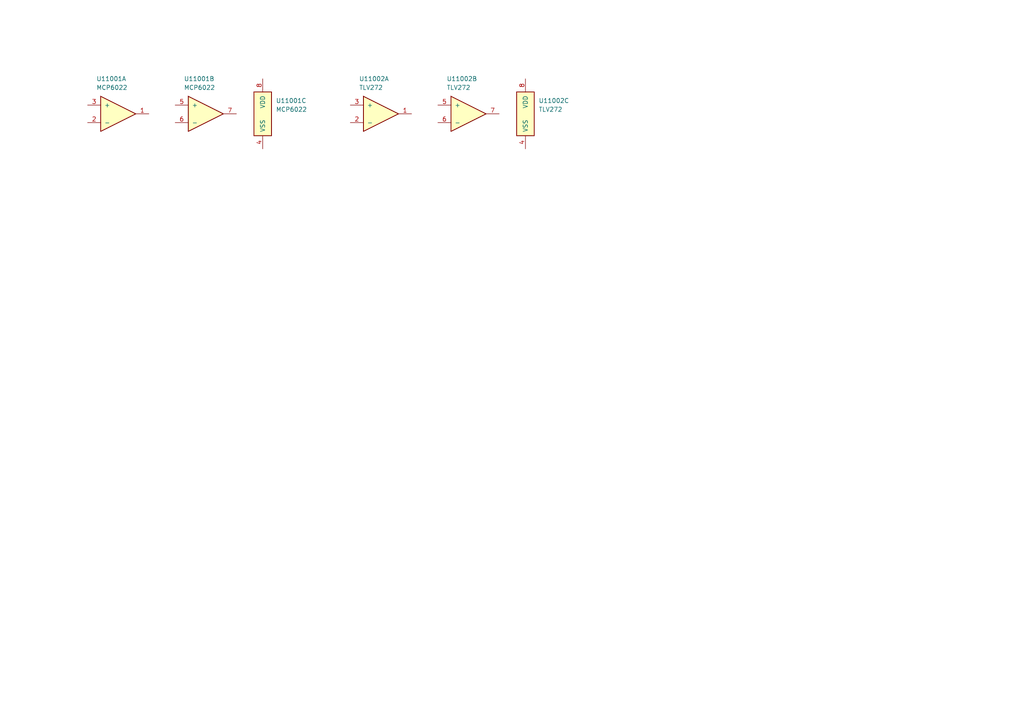
<source format=kicad_sch>
(kicad_sch
	(version 20250114)
	(generator "eeschema")
	(generator_version "9.0")
	(uuid "80b8f8e2-f36e-40a4-b47d-f8611c793b88")
	(paper "A4")
	(title_block
		(title "Integrated circuits")
		(date "2026-01-06")
		(rev "1")
		(comment 1 "-")
		(comment 2 "-")
	)
	(lib_symbols
		(symbol "lily_symbols:ic_opamp_dual_MCP6022_soic8"
			(pin_names
				(offset 1.016)
			)
			(exclude_from_sim no)
			(in_bom yes)
			(on_board yes)
			(property "Reference" "U"
				(at 2.54 7.62 0)
				(effects
					(font
						(size 1.27 1.27)
					)
					(justify left)
				)
			)
			(property "Value" "MCP6022"
				(at 2.54 5.08 0)
				(effects
					(font
						(size 1.27 1.27)
					)
					(justify left)
				)
			)
			(property "Footprint" "lily_footprints:soic8"
				(at 7.62 -15.24 0)
				(effects
					(font
						(size 1.27 1.27)
					)
					(hide yes)
				)
			)
			(property "Datasheet" "https://lilytronics.github.io/lily_kicad_lib/datasheets/microchip/MCP6021_2_3_4.pdf"
				(at 7.62 -27.94 0)
				(effects
					(font
						(size 1.27 1.27)
					)
					(hide yes)
				)
			)
			(property "Description" ""
				(at 0 0 0)
				(effects
					(font
						(size 1.27 1.27)
					)
					(hide yes)
				)
			)
			(property "Revision" "1"
				(at 7.62 -10.16 0)
				(effects
					(font
						(size 1.27 1.27)
					)
					(hide yes)
				)
			)
			(property "Status" "Active"
				(at 7.62 -12.7 0)
				(effects
					(font
						(size 1.27 1.27)
					)
					(hide yes)
				)
			)
			(property "Manufacturer" "Microchip"
				(at 7.62 -17.78 0)
				(effects
					(font
						(size 1.27 1.27)
					)
					(hide yes)
				)
			)
			(property "Manufacturer_ID" "MCP6022T-I/SN"
				(at 7.62 -20.32 0)
				(effects
					(font
						(size 1.27 1.27)
					)
					(hide yes)
				)
			)
			(property "Lily_ID" "NO_ID"
				(at 7.62 -22.86 0)
				(effects
					(font
						(size 1.27 1.27)
					)
					(hide yes)
				)
			)
			(property "JLCPCB_ID" "C57639"
				(at 7.62 -25.4 0)
				(effects
					(font
						(size 1.27 1.27)
					)
					(hide yes)
				)
			)
			(property "ki_locked" ""
				(at 0 0 0)
				(effects
					(font
						(size 1.27 1.27)
					)
				)
			)
			(symbol "ic_opamp_dual_MCP6022_soic8_1_1"
				(polyline
					(pts
						(xy 3.81 2.54) (xy 3.81 -7.62) (xy 13.97 -2.54) (xy 3.81 2.54)
					)
					(stroke
						(width 0.254)
						(type default)
					)
					(fill
						(type background)
					)
				)
				(pin input line
					(at 0 0 0)
					(length 3.81)
					(name "+"
						(effects
							(font
								(size 1.27 1.27)
							)
						)
					)
					(number "3"
						(effects
							(font
								(size 1.27 1.27)
							)
						)
					)
				)
				(pin input line
					(at 0 -5.08 0)
					(length 3.81)
					(name "-"
						(effects
							(font
								(size 1.27 1.27)
							)
						)
					)
					(number "2"
						(effects
							(font
								(size 1.27 1.27)
							)
						)
					)
				)
				(pin output line
					(at 17.78 -2.54 180)
					(length 3.81)
					(name "~"
						(effects
							(font
								(size 1.27 1.27)
							)
						)
					)
					(number "1"
						(effects
							(font
								(size 1.27 1.27)
							)
						)
					)
				)
			)
			(symbol "ic_opamp_dual_MCP6022_soic8_2_1"
				(polyline
					(pts
						(xy 3.81 2.54) (xy 3.81 -7.62) (xy 13.97 -2.54) (xy 3.81 2.54)
					)
					(stroke
						(width 0.254)
						(type default)
					)
					(fill
						(type background)
					)
				)
				(pin input line
					(at 0 0 0)
					(length 3.81)
					(name "+"
						(effects
							(font
								(size 1.27 1.27)
							)
						)
					)
					(number "5"
						(effects
							(font
								(size 1.27 1.27)
							)
						)
					)
				)
				(pin input line
					(at 0 -5.08 0)
					(length 3.81)
					(name "-"
						(effects
							(font
								(size 1.27 1.27)
							)
						)
					)
					(number "6"
						(effects
							(font
								(size 1.27 1.27)
							)
						)
					)
				)
				(pin output line
					(at 17.78 -2.54 180)
					(length 3.81)
					(name "~"
						(effects
							(font
								(size 1.27 1.27)
							)
						)
					)
					(number "7"
						(effects
							(font
								(size 1.27 1.27)
							)
						)
					)
				)
			)
			(symbol "ic_opamp_dual_MCP6022_soic8_3_1"
				(rectangle
					(start -2.54 -3.81)
					(end 2.54 -16.51)
					(stroke
						(width 0.254)
						(type default)
					)
					(fill
						(type background)
					)
				)
				(pin power_in line
					(at 0 0 270)
					(length 3.81)
					(name "VDD"
						(effects
							(font
								(size 1.27 1.27)
							)
						)
					)
					(number "8"
						(effects
							(font
								(size 1.27 1.27)
							)
						)
					)
				)
				(pin power_in line
					(at 0 -20.32 90)
					(length 3.81)
					(name "VSS"
						(effects
							(font
								(size 1.27 1.27)
							)
						)
					)
					(number "4"
						(effects
							(font
								(size 1.27 1.27)
							)
						)
					)
				)
			)
			(embedded_fonts no)
		)
		(symbol "lily_symbols:ic_opamp_dual_TLV272_soic8"
			(pin_names
				(offset 1.016)
			)
			(exclude_from_sim no)
			(in_bom yes)
			(on_board yes)
			(property "Reference" "U"
				(at 2.54 7.62 0)
				(effects
					(font
						(size 1.27 1.27)
					)
					(justify left)
				)
			)
			(property "Value" "TLV272"
				(at 2.54 5.08 0)
				(effects
					(font
						(size 1.27 1.27)
					)
					(justify left)
				)
			)
			(property "Footprint" "lily_footprints:soic8"
				(at 7.62 -15.24 0)
				(effects
					(font
						(size 1.27 1.27)
					)
					(hide yes)
				)
			)
			(property "Datasheet" "https://lilytronics.github.io/lily_kicad_lib/datasheets/texas_instruments/TLV271_272_274.pdf"
				(at 7.62 -27.94 0)
				(effects
					(font
						(size 1.27 1.27)
					)
					(hide yes)
				)
			)
			(property "Description" ""
				(at 0 0 0)
				(effects
					(font
						(size 1.27 1.27)
					)
					(hide yes)
				)
			)
			(property "Revision" "1"
				(at 7.62 -10.16 0)
				(effects
					(font
						(size 1.27 1.27)
					)
					(hide yes)
				)
			)
			(property "Status" "Active"
				(at 7.62 -12.7 0)
				(effects
					(font
						(size 1.27 1.27)
					)
					(hide yes)
				)
			)
			(property "Manufacturer" "Texas Instruments"
				(at 7.62 -17.78 0)
				(effects
					(font
						(size 1.27 1.27)
					)
					(hide yes)
				)
			)
			(property "Manufacturer_ID" "TLV272IDR"
				(at 7.62 -20.32 0)
				(effects
					(font
						(size 1.27 1.27)
					)
					(hide yes)
				)
			)
			(property "Lily_ID" "NO_ID"
				(at 7.62 -22.86 0)
				(effects
					(font
						(size 1.27 1.27)
					)
					(hide yes)
				)
			)
			(property "JLCPCB_ID" "C398914"
				(at 7.62 -25.4 0)
				(effects
					(font
						(size 1.27 1.27)
					)
					(hide yes)
				)
			)
			(property "ki_locked" ""
				(at 0 0 0)
				(effects
					(font
						(size 1.27 1.27)
					)
				)
			)
			(symbol "ic_opamp_dual_TLV272_soic8_1_1"
				(polyline
					(pts
						(xy 3.81 2.54) (xy 3.81 -7.62) (xy 13.97 -2.54) (xy 3.81 2.54)
					)
					(stroke
						(width 0.254)
						(type default)
					)
					(fill
						(type background)
					)
				)
				(pin input line
					(at 0 0 0)
					(length 3.81)
					(name "+"
						(effects
							(font
								(size 1.27 1.27)
							)
						)
					)
					(number "3"
						(effects
							(font
								(size 1.27 1.27)
							)
						)
					)
				)
				(pin input line
					(at 0 -5.08 0)
					(length 3.81)
					(name "-"
						(effects
							(font
								(size 1.27 1.27)
							)
						)
					)
					(number "2"
						(effects
							(font
								(size 1.27 1.27)
							)
						)
					)
				)
				(pin output line
					(at 17.78 -2.54 180)
					(length 3.81)
					(name "~"
						(effects
							(font
								(size 1.27 1.27)
							)
						)
					)
					(number "1"
						(effects
							(font
								(size 1.27 1.27)
							)
						)
					)
				)
			)
			(symbol "ic_opamp_dual_TLV272_soic8_2_1"
				(polyline
					(pts
						(xy 3.81 2.54) (xy 3.81 -7.62) (xy 13.97 -2.54) (xy 3.81 2.54)
					)
					(stroke
						(width 0.254)
						(type default)
					)
					(fill
						(type background)
					)
				)
				(pin input line
					(at 0 0 0)
					(length 3.81)
					(name "+"
						(effects
							(font
								(size 1.27 1.27)
							)
						)
					)
					(number "5"
						(effects
							(font
								(size 1.27 1.27)
							)
						)
					)
				)
				(pin input line
					(at 0 -5.08 0)
					(length 3.81)
					(name "-"
						(effects
							(font
								(size 1.27 1.27)
							)
						)
					)
					(number "6"
						(effects
							(font
								(size 1.27 1.27)
							)
						)
					)
				)
				(pin output line
					(at 17.78 -2.54 180)
					(length 3.81)
					(name "~"
						(effects
							(font
								(size 1.27 1.27)
							)
						)
					)
					(number "7"
						(effects
							(font
								(size 1.27 1.27)
							)
						)
					)
				)
			)
			(symbol "ic_opamp_dual_TLV272_soic8_3_1"
				(rectangle
					(start -2.54 -3.81)
					(end 2.54 -16.51)
					(stroke
						(width 0.254)
						(type default)
					)
					(fill
						(type background)
					)
				)
				(pin power_in line
					(at 0 0 270)
					(length 3.81)
					(name "VDD"
						(effects
							(font
								(size 1.27 1.27)
							)
						)
					)
					(number "8"
						(effects
							(font
								(size 1.27 1.27)
							)
						)
					)
				)
				(pin power_in line
					(at 0 -20.32 90)
					(length 3.81)
					(name "VSS"
						(effects
							(font
								(size 1.27 1.27)
							)
						)
					)
					(number "4"
						(effects
							(font
								(size 1.27 1.27)
							)
						)
					)
				)
			)
			(embedded_fonts no)
		)
	)
	(symbol
		(lib_id "lily_symbols:ic_opamp_dual_TLV272_soic8")
		(at 152.4 22.86 0)
		(unit 3)
		(exclude_from_sim no)
		(in_bom yes)
		(on_board yes)
		(dnp no)
		(uuid "365cfe26-52f6-493f-abc1-7bb706bf3319")
		(property "Reference" "U11002"
			(at 156.21 29.21 0)
			(effects
				(font
					(size 1.27 1.27)
				)
				(justify left)
			)
		)
		(property "Value" "TLV272"
			(at 156.21 31.75 0)
			(effects
				(font
					(size 1.27 1.27)
				)
				(justify left)
			)
		)
		(property "Footprint" "lily_footprints:soic8"
			(at 160.02 38.1 0)
			(effects
				(font
					(size 1.27 1.27)
				)
				(hide yes)
			)
		)
		(property "Datasheet" "https://lilytronics.github.io/lily_kicad_lib/datasheets/texas_instruments/TLV271_272_274.pdf"
			(at 160.02 50.8 0)
			(effects
				(font
					(size 1.27 1.27)
				)
				(hide yes)
			)
		)
		(property "Description" ""
			(at 152.4 22.86 0)
			(effects
				(font
					(size 1.27 1.27)
				)
				(hide yes)
			)
		)
		(property "Revision" "1"
			(at 160.02 33.02 0)
			(effects
				(font
					(size 1.27 1.27)
				)
				(hide yes)
			)
		)
		(property "Status" "Active"
			(at 160.02 35.56 0)
			(effects
				(font
					(size 1.27 1.27)
				)
				(hide yes)
			)
		)
		(property "Manufacturer" "Texas Instruments"
			(at 160.02 40.64 0)
			(effects
				(font
					(size 1.27 1.27)
				)
				(hide yes)
			)
		)
		(property "Manufacturer_ID" "TLV272IDR"
			(at 160.02 43.18 0)
			(effects
				(font
					(size 1.27 1.27)
				)
				(hide yes)
			)
		)
		(property "Lily_ID" "NO_ID"
			(at 160.02 45.72 0)
			(effects
				(font
					(size 1.27 1.27)
				)
				(hide yes)
			)
		)
		(property "JLCPCB_ID" "C398914"
			(at 160.02 48.26 0)
			(effects
				(font
					(size 1.27 1.27)
				)
				(hide yes)
			)
		)
		(pin "3"
			(uuid "27d93139-1f9b-4d6c-a759-c1011e75a543")
		)
		(pin "7"
			(uuid "9e00bd9b-4601-4fc4-8872-671f971f18f0")
		)
		(pin "8"
			(uuid "9a83ea52-1850-4caa-9b27-a086f4172bdb")
		)
		(pin "6"
			(uuid "ae6b8715-80da-4faf-93a6-fd477d553bd6")
		)
		(pin "2"
			(uuid "4e3cc088-02ad-458b-827b-855cf0ee9398")
		)
		(pin "4"
			(uuid "48fb61f0-9ac1-421f-aa72-53d4589b68ee")
		)
		(pin "1"
			(uuid "5894cf6f-f781-4cd1-a25a-21c5af519f5d")
		)
		(pin "5"
			(uuid "7dd668e4-0aea-4667-b5be-b12729bbe66f")
		)
		(instances
			(project ""
				(path "/e63e39d7-6ac0-4ffd-8aa3-1841a4541b55/bd7fe9ed-ddb9-415a-abb3-6877f614ff8c"
					(reference "U11002")
					(unit 3)
				)
			)
		)
	)
	(symbol
		(lib_id "lily_symbols:ic_opamp_dual_TLV272_soic8")
		(at 127 30.48 0)
		(unit 2)
		(exclude_from_sim no)
		(in_bom yes)
		(on_board yes)
		(dnp no)
		(uuid "683c2edb-91d0-47c7-a2e5-983ab3368bf6")
		(property "Reference" "U11002"
			(at 129.54 22.86 0)
			(effects
				(font
					(size 1.27 1.27)
				)
				(justify left)
			)
		)
		(property "Value" "TLV272"
			(at 129.54 25.4 0)
			(effects
				(font
					(size 1.27 1.27)
				)
				(justify left)
			)
		)
		(property "Footprint" "lily_footprints:soic8"
			(at 134.62 45.72 0)
			(effects
				(font
					(size 1.27 1.27)
				)
				(hide yes)
			)
		)
		(property "Datasheet" "https://lilytronics.github.io/lily_kicad_lib/datasheets/texas_instruments/TLV271_272_274.pdf"
			(at 134.62 58.42 0)
			(effects
				(font
					(size 1.27 1.27)
				)
				(hide yes)
			)
		)
		(property "Description" ""
			(at 127 30.48 0)
			(effects
				(font
					(size 1.27 1.27)
				)
				(hide yes)
			)
		)
		(property "Revision" "1"
			(at 134.62 40.64 0)
			(effects
				(font
					(size 1.27 1.27)
				)
				(hide yes)
			)
		)
		(property "Status" "Active"
			(at 134.62 43.18 0)
			(effects
				(font
					(size 1.27 1.27)
				)
				(hide yes)
			)
		)
		(property "Manufacturer" "Texas Instruments"
			(at 134.62 48.26 0)
			(effects
				(font
					(size 1.27 1.27)
				)
				(hide yes)
			)
		)
		(property "Manufacturer_ID" "TLV272IDR"
			(at 134.62 50.8 0)
			(effects
				(font
					(size 1.27 1.27)
				)
				(hide yes)
			)
		)
		(property "Lily_ID" "NO_ID"
			(at 134.62 53.34 0)
			(effects
				(font
					(size 1.27 1.27)
				)
				(hide yes)
			)
		)
		(property "JLCPCB_ID" "C398914"
			(at 134.62 55.88 0)
			(effects
				(font
					(size 1.27 1.27)
				)
				(hide yes)
			)
		)
		(pin "3"
			(uuid "27d93139-1f9b-4d6c-a759-c1011e75a543")
		)
		(pin "7"
			(uuid "9e00bd9b-4601-4fc4-8872-671f971f18f0")
		)
		(pin "8"
			(uuid "9a83ea52-1850-4caa-9b27-a086f4172bdb")
		)
		(pin "6"
			(uuid "ae6b8715-80da-4faf-93a6-fd477d553bd6")
		)
		(pin "2"
			(uuid "4e3cc088-02ad-458b-827b-855cf0ee9398")
		)
		(pin "4"
			(uuid "48fb61f0-9ac1-421f-aa72-53d4589b68ee")
		)
		(pin "1"
			(uuid "5894cf6f-f781-4cd1-a25a-21c5af519f5d")
		)
		(pin "5"
			(uuid "7dd668e4-0aea-4667-b5be-b12729bbe66f")
		)
		(instances
			(project ""
				(path "/e63e39d7-6ac0-4ffd-8aa3-1841a4541b55/bd7fe9ed-ddb9-415a-abb3-6877f614ff8c"
					(reference "U11002")
					(unit 2)
				)
			)
		)
	)
	(symbol
		(lib_id "lily_symbols:ic_opamp_dual_TLV272_soic8")
		(at 101.6 30.48 0)
		(unit 1)
		(exclude_from_sim no)
		(in_bom yes)
		(on_board yes)
		(dnp no)
		(uuid "75ab2062-107b-4809-ba6b-bb2931ef6585")
		(property "Reference" "U11002"
			(at 104.14 22.86 0)
			(effects
				(font
					(size 1.27 1.27)
				)
				(justify left)
			)
		)
		(property "Value" "TLV272"
			(at 104.14 25.4 0)
			(effects
				(font
					(size 1.27 1.27)
				)
				(justify left)
			)
		)
		(property "Footprint" "lily_footprints:soic8"
			(at 109.22 45.72 0)
			(effects
				(font
					(size 1.27 1.27)
				)
				(hide yes)
			)
		)
		(property "Datasheet" "https://lilytronics.github.io/lily_kicad_lib/datasheets/texas_instruments/TLV271_272_274.pdf"
			(at 109.22 58.42 0)
			(effects
				(font
					(size 1.27 1.27)
				)
				(hide yes)
			)
		)
		(property "Description" ""
			(at 101.6 30.48 0)
			(effects
				(font
					(size 1.27 1.27)
				)
				(hide yes)
			)
		)
		(property "Revision" "1"
			(at 109.22 40.64 0)
			(effects
				(font
					(size 1.27 1.27)
				)
				(hide yes)
			)
		)
		(property "Status" "Active"
			(at 109.22 43.18 0)
			(effects
				(font
					(size 1.27 1.27)
				)
				(hide yes)
			)
		)
		(property "Manufacturer" "Texas Instruments"
			(at 109.22 48.26 0)
			(effects
				(font
					(size 1.27 1.27)
				)
				(hide yes)
			)
		)
		(property "Manufacturer_ID" "TLV272IDR"
			(at 109.22 50.8 0)
			(effects
				(font
					(size 1.27 1.27)
				)
				(hide yes)
			)
		)
		(property "Lily_ID" "NO_ID"
			(at 109.22 53.34 0)
			(effects
				(font
					(size 1.27 1.27)
				)
				(hide yes)
			)
		)
		(property "JLCPCB_ID" "C398914"
			(at 109.22 55.88 0)
			(effects
				(font
					(size 1.27 1.27)
				)
				(hide yes)
			)
		)
		(pin "3"
			(uuid "27d93139-1f9b-4d6c-a759-c1011e75a543")
		)
		(pin "7"
			(uuid "9e00bd9b-4601-4fc4-8872-671f971f18f0")
		)
		(pin "8"
			(uuid "9a83ea52-1850-4caa-9b27-a086f4172bdb")
		)
		(pin "6"
			(uuid "ae6b8715-80da-4faf-93a6-fd477d553bd6")
		)
		(pin "2"
			(uuid "4e3cc088-02ad-458b-827b-855cf0ee9398")
		)
		(pin "4"
			(uuid "48fb61f0-9ac1-421f-aa72-53d4589b68ee")
		)
		(pin "1"
			(uuid "5894cf6f-f781-4cd1-a25a-21c5af519f5d")
		)
		(pin "5"
			(uuid "7dd668e4-0aea-4667-b5be-b12729bbe66f")
		)
		(instances
			(project ""
				(path "/e63e39d7-6ac0-4ffd-8aa3-1841a4541b55/bd7fe9ed-ddb9-415a-abb3-6877f614ff8c"
					(reference "U11002")
					(unit 1)
				)
			)
		)
	)
	(symbol
		(lib_id "lily_symbols:ic_opamp_dual_MCP6022_soic8")
		(at 25.4 30.48 0)
		(unit 1)
		(exclude_from_sim no)
		(in_bom yes)
		(on_board yes)
		(dnp no)
		(uuid "80c838cf-ac25-4bfb-8c4e-b1892603eacd")
		(property "Reference" "U11001"
			(at 27.94 22.86 0)
			(effects
				(font
					(size 1.27 1.27)
				)
				(justify left)
			)
		)
		(property "Value" "MCP6022"
			(at 27.94 25.4 0)
			(effects
				(font
					(size 1.27 1.27)
				)
				(justify left)
			)
		)
		(property "Footprint" "lily_footprints:soic8"
			(at 33.02 45.72 0)
			(effects
				(font
					(size 1.27 1.27)
				)
				(hide yes)
			)
		)
		(property "Datasheet" "https://lilytronics.github.io/lily_kicad_lib/datasheets/microchip/MCP6021_2_3_4.pdf"
			(at 33.02 58.42 0)
			(effects
				(font
					(size 1.27 1.27)
				)
				(hide yes)
			)
		)
		(property "Description" ""
			(at 25.4 30.48 0)
			(effects
				(font
					(size 1.27 1.27)
				)
				(hide yes)
			)
		)
		(property "Revision" "1"
			(at 33.02 40.64 0)
			(effects
				(font
					(size 1.27 1.27)
				)
				(hide yes)
			)
		)
		(property "Status" "Active"
			(at 33.02 43.18 0)
			(effects
				(font
					(size 1.27 1.27)
				)
				(hide yes)
			)
		)
		(property "Manufacturer" "Microchip"
			(at 33.02 48.26 0)
			(effects
				(font
					(size 1.27 1.27)
				)
				(hide yes)
			)
		)
		(property "Manufacturer_ID" "MCP6022T-I/SN"
			(at 33.02 50.8 0)
			(effects
				(font
					(size 1.27 1.27)
				)
				(hide yes)
			)
		)
		(property "Lily_ID" "NO_ID"
			(at 33.02 53.34 0)
			(effects
				(font
					(size 1.27 1.27)
				)
				(hide yes)
			)
		)
		(property "JLCPCB_ID" "C57639"
			(at 33.02 55.88 0)
			(effects
				(font
					(size 1.27 1.27)
				)
				(hide yes)
			)
		)
		(pin "2"
			(uuid "a985bb95-4776-4b28-9cfa-18714cd5b5cc")
		)
		(pin "3"
			(uuid "8d65314d-1dbc-4616-bf2a-6372c3099632")
		)
		(pin "1"
			(uuid "f56f2131-f005-44f6-b28c-c8f860b2b510")
		)
		(pin "6"
			(uuid "97951cc6-074f-442c-a148-f959546e15e9")
		)
		(pin "7"
			(uuid "6d3119a6-b6b7-437c-8a36-28b458b6ad0b")
		)
		(pin "8"
			(uuid "24028df6-1494-4b92-b77d-510ca573b6ec")
		)
		(pin "4"
			(uuid "bbc33ae3-f0af-4105-94d3-395019dd9bbe")
		)
		(pin "5"
			(uuid "1a877818-868e-45cd-ab0c-ae4a3b67a24e")
		)
		(instances
			(project ""
				(path "/e63e39d7-6ac0-4ffd-8aa3-1841a4541b55/bd7fe9ed-ddb9-415a-abb3-6877f614ff8c"
					(reference "U11001")
					(unit 1)
				)
			)
		)
	)
	(symbol
		(lib_id "lily_symbols:ic_opamp_dual_MCP6022_soic8")
		(at 50.8 30.48 0)
		(unit 2)
		(exclude_from_sim no)
		(in_bom yes)
		(on_board yes)
		(dnp no)
		(uuid "938e317e-1aec-4f3f-8fbf-8a443fb5f072")
		(property "Reference" "U11001"
			(at 53.34 22.86 0)
			(effects
				(font
					(size 1.27 1.27)
				)
				(justify left)
			)
		)
		(property "Value" "MCP6022"
			(at 53.34 25.4 0)
			(effects
				(font
					(size 1.27 1.27)
				)
				(justify left)
			)
		)
		(property "Footprint" "lily_footprints:soic8"
			(at 58.42 45.72 0)
			(effects
				(font
					(size 1.27 1.27)
				)
				(hide yes)
			)
		)
		(property "Datasheet" "https://lilytronics.github.io/lily_kicad_lib/datasheets/microchip/MCP6021_2_3_4.pdf"
			(at 58.42 58.42 0)
			(effects
				(font
					(size 1.27 1.27)
				)
				(hide yes)
			)
		)
		(property "Description" ""
			(at 50.8 30.48 0)
			(effects
				(font
					(size 1.27 1.27)
				)
				(hide yes)
			)
		)
		(property "Revision" "1"
			(at 58.42 40.64 0)
			(effects
				(font
					(size 1.27 1.27)
				)
				(hide yes)
			)
		)
		(property "Status" "Active"
			(at 58.42 43.18 0)
			(effects
				(font
					(size 1.27 1.27)
				)
				(hide yes)
			)
		)
		(property "Manufacturer" "Microchip"
			(at 58.42 48.26 0)
			(effects
				(font
					(size 1.27 1.27)
				)
				(hide yes)
			)
		)
		(property "Manufacturer_ID" "MCP6022T-I/SN"
			(at 58.42 50.8 0)
			(effects
				(font
					(size 1.27 1.27)
				)
				(hide yes)
			)
		)
		(property "Lily_ID" "NO_ID"
			(at 58.42 53.34 0)
			(effects
				(font
					(size 1.27 1.27)
				)
				(hide yes)
			)
		)
		(property "JLCPCB_ID" "C57639"
			(at 58.42 55.88 0)
			(effects
				(font
					(size 1.27 1.27)
				)
				(hide yes)
			)
		)
		(pin "2"
			(uuid "a985bb95-4776-4b28-9cfa-18714cd5b5cc")
		)
		(pin "3"
			(uuid "8d65314d-1dbc-4616-bf2a-6372c3099632")
		)
		(pin "1"
			(uuid "f56f2131-f005-44f6-b28c-c8f860b2b510")
		)
		(pin "6"
			(uuid "97951cc6-074f-442c-a148-f959546e15e9")
		)
		(pin "7"
			(uuid "6d3119a6-b6b7-437c-8a36-28b458b6ad0b")
		)
		(pin "8"
			(uuid "24028df6-1494-4b92-b77d-510ca573b6ec")
		)
		(pin "4"
			(uuid "bbc33ae3-f0af-4105-94d3-395019dd9bbe")
		)
		(pin "5"
			(uuid "1a877818-868e-45cd-ab0c-ae4a3b67a24e")
		)
		(instances
			(project ""
				(path "/e63e39d7-6ac0-4ffd-8aa3-1841a4541b55/bd7fe9ed-ddb9-415a-abb3-6877f614ff8c"
					(reference "U11001")
					(unit 2)
				)
			)
		)
	)
	(symbol
		(lib_id "lily_symbols:ic_opamp_dual_MCP6022_soic8")
		(at 76.2 22.86 0)
		(unit 3)
		(exclude_from_sim no)
		(in_bom yes)
		(on_board yes)
		(dnp no)
		(uuid "e9e8438c-beae-4661-a021-23d95d18f99e")
		(property "Reference" "U11001"
			(at 80.01 29.21 0)
			(effects
				(font
					(size 1.27 1.27)
				)
				(justify left)
			)
		)
		(property "Value" "MCP6022"
			(at 80.01 31.75 0)
			(effects
				(font
					(size 1.27 1.27)
				)
				(justify left)
			)
		)
		(property "Footprint" "lily_footprints:soic8"
			(at 83.82 38.1 0)
			(effects
				(font
					(size 1.27 1.27)
				)
				(hide yes)
			)
		)
		(property "Datasheet" "https://lilytronics.github.io/lily_kicad_lib/datasheets/microchip/MCP6021_2_3_4.pdf"
			(at 83.82 50.8 0)
			(effects
				(font
					(size 1.27 1.27)
				)
				(hide yes)
			)
		)
		(property "Description" ""
			(at 76.2 22.86 0)
			(effects
				(font
					(size 1.27 1.27)
				)
				(hide yes)
			)
		)
		(property "Revision" "1"
			(at 83.82 33.02 0)
			(effects
				(font
					(size 1.27 1.27)
				)
				(hide yes)
			)
		)
		(property "Status" "Active"
			(at 83.82 35.56 0)
			(effects
				(font
					(size 1.27 1.27)
				)
				(hide yes)
			)
		)
		(property "Manufacturer" "Microchip"
			(at 83.82 40.64 0)
			(effects
				(font
					(size 1.27 1.27)
				)
				(hide yes)
			)
		)
		(property "Manufacturer_ID" "MCP6022T-I/SN"
			(at 83.82 43.18 0)
			(effects
				(font
					(size 1.27 1.27)
				)
				(hide yes)
			)
		)
		(property "Lily_ID" "NO_ID"
			(at 83.82 45.72 0)
			(effects
				(font
					(size 1.27 1.27)
				)
				(hide yes)
			)
		)
		(property "JLCPCB_ID" "C57639"
			(at 83.82 48.26 0)
			(effects
				(font
					(size 1.27 1.27)
				)
				(hide yes)
			)
		)
		(pin "2"
			(uuid "a985bb95-4776-4b28-9cfa-18714cd5b5cc")
		)
		(pin "3"
			(uuid "8d65314d-1dbc-4616-bf2a-6372c3099632")
		)
		(pin "1"
			(uuid "f56f2131-f005-44f6-b28c-c8f860b2b510")
		)
		(pin "6"
			(uuid "97951cc6-074f-442c-a148-f959546e15e9")
		)
		(pin "7"
			(uuid "6d3119a6-b6b7-437c-8a36-28b458b6ad0b")
		)
		(pin "8"
			(uuid "24028df6-1494-4b92-b77d-510ca573b6ec")
		)
		(pin "4"
			(uuid "bbc33ae3-f0af-4105-94d3-395019dd9bbe")
		)
		(pin "5"
			(uuid "1a877818-868e-45cd-ab0c-ae4a3b67a24e")
		)
		(instances
			(project ""
				(path "/e63e39d7-6ac0-4ffd-8aa3-1841a4541b55/bd7fe9ed-ddb9-415a-abb3-6877f614ff8c"
					(reference "U11001")
					(unit 3)
				)
			)
		)
	)
)

</source>
